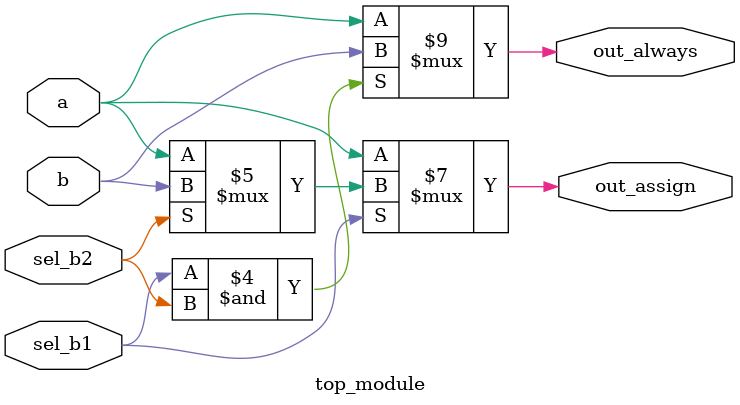
<source format=v>
module top_module(
    input a,
    input b,
    input sel_b1,
    input sel_b2,
    output wire out_assign,
    output reg out_always   ); 
    always@(*)begin
        if(sel_b1==1 & sel_b2==1)
         out_always<=b;
        else 
        out_always<=a;
    end
    assign out_assign=sel_b1 ? (sel_b2 ?b:a ):(sel_b2 ? a:a);
    
           

endmodule

</source>
